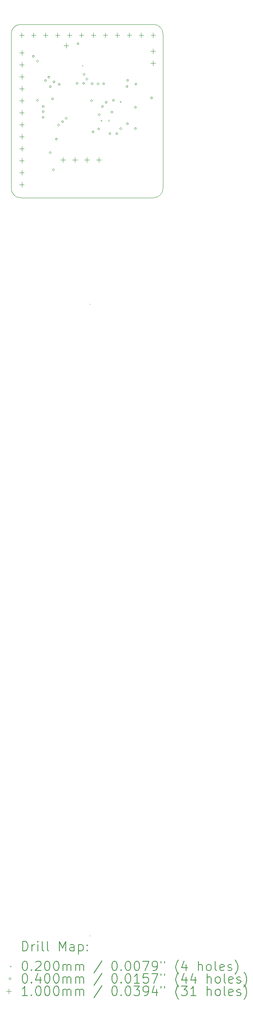
<source format=gbr>
%TF.GenerationSoftware,KiCad,Pcbnew,7.0.1*%
%TF.CreationDate,2023-03-23T13:52:36-07:00*%
%TF.ProjectId,mcu daughterboard,6d637520-6461-4756-9768-746572626f61,rev?*%
%TF.SameCoordinates,Original*%
%TF.FileFunction,Drillmap*%
%TF.FilePolarity,Positive*%
%FSLAX45Y45*%
G04 Gerber Fmt 4.5, Leading zero omitted, Abs format (unit mm)*
G04 Created by KiCad (PCBNEW 7.0.1) date 2023-03-23 13:52:36*
%MOMM*%
%LPD*%
G01*
G04 APERTURE LIST*
%ADD10C,0.100000*%
%ADD11C,0.200000*%
%ADD12C,0.020000*%
%ADD13C,0.040000*%
G04 APERTURE END LIST*
D10*
X12338860Y-11895370D02*
G75*
G03*
X12538856Y-12095370I200000J0D01*
G01*
X12538856Y-8421366D02*
G75*
G03*
X12338856Y-8621370I4J-200004D01*
G01*
X12338856Y-11895370D02*
X12338856Y-8621370D01*
X15363856Y-12095366D02*
G75*
G03*
X15563856Y-11895370I4J199996D01*
G01*
X15363856Y-12095370D02*
X12538856Y-12095370D01*
X15563860Y-8621370D02*
G75*
G03*
X15363856Y-8421370I-200000J0D01*
G01*
X12538856Y-8421370D02*
X15363856Y-8421370D01*
X15563856Y-8621370D02*
X15563856Y-11895370D01*
D11*
X14013250Y-14348250D02*
G75*
G03*
X14013250Y-14348250I0J0D01*
G01*
X14013250Y-27730750D02*
G75*
G03*
X14013250Y-27730750I0J0D01*
G01*
D12*
X13840856Y-9280730D02*
X13860856Y-9300730D01*
X13860856Y-9280730D02*
X13840856Y-9300730D01*
X14244856Y-10447730D02*
X14264856Y-10467730D01*
X14264856Y-10447730D02*
X14244856Y-10467730D01*
X14403856Y-10447730D02*
X14423856Y-10467730D01*
X14423856Y-10447730D02*
X14403856Y-10467730D01*
X14651856Y-10050480D02*
X14671856Y-10070480D01*
X14671856Y-10050480D02*
X14651856Y-10070480D01*
D13*
X12827856Y-9099730D02*
G75*
G03*
X12827856Y-9099730I-20000J0D01*
G01*
X12917856Y-9199730D02*
G75*
G03*
X12917856Y-9199730I-20000J0D01*
G01*
X12917856Y-10029730D02*
G75*
G03*
X12917856Y-10029730I-20000J0D01*
G01*
X13037856Y-10159730D02*
G75*
G03*
X13037856Y-10159730I-20000J0D01*
G01*
X13037856Y-10269730D02*
G75*
G03*
X13037856Y-10269730I-20000J0D01*
G01*
X13037856Y-10389730D02*
G75*
G03*
X13037856Y-10389730I-20000J0D01*
G01*
X13087180Y-9610406D02*
G75*
G03*
X13087180Y-9610406I-20000J0D01*
G01*
X13157856Y-9539730D02*
G75*
G03*
X13157856Y-9539730I-20000J0D01*
G01*
X13187856Y-11139730D02*
G75*
G03*
X13187856Y-11139730I-20000J0D01*
G01*
X13190306Y-9739730D02*
G75*
G03*
X13190306Y-9739730I-20000J0D01*
G01*
X13237856Y-9999730D02*
G75*
G03*
X13237856Y-9999730I-20000J0D01*
G01*
X13255856Y-11502370D02*
G75*
G03*
X13255856Y-11502370I-20000J0D01*
G01*
X13267856Y-9639730D02*
G75*
G03*
X13267856Y-9639730I-20000J0D01*
G01*
X13318856Y-10853370D02*
G75*
G03*
X13318856Y-10853370I-20000J0D01*
G01*
X13364856Y-10554770D02*
G75*
G03*
X13364856Y-10554770I-20000J0D01*
G01*
X13377856Y-9689730D02*
G75*
G03*
X13377856Y-9689730I-20000J0D01*
G01*
X13452806Y-10482320D02*
G75*
G03*
X13452806Y-10482320I-20000J0D01*
G01*
X13525306Y-10409820D02*
G75*
G03*
X13525306Y-10409820I-20000J0D01*
G01*
X13757856Y-9669730D02*
G75*
G03*
X13757856Y-9669730I-20000J0D01*
G01*
X13776856Y-8831480D02*
G75*
G03*
X13776856Y-8831480I-20000J0D01*
G01*
X13895856Y-9669780D02*
G75*
G03*
X13895856Y-9669780I-20000J0D01*
G01*
X13907856Y-9479730D02*
G75*
G03*
X13907856Y-9479730I-20000J0D01*
G01*
X13967856Y-9579730D02*
G75*
G03*
X13967856Y-9579730I-20000J0D01*
G01*
X14066856Y-10037730D02*
G75*
G03*
X14066856Y-10037730I-20000J0D01*
G01*
X14077856Y-9679730D02*
G75*
G03*
X14077856Y-9679730I-20000J0D01*
G01*
X14097856Y-10699730D02*
G75*
G03*
X14097856Y-10699730I-20000J0D01*
G01*
X14203856Y-9682370D02*
G75*
G03*
X14203856Y-9682370I-20000J0D01*
G01*
X14217856Y-10636480D02*
G75*
G03*
X14217856Y-10636480I-20000J0D01*
G01*
X14227856Y-10334218D02*
G75*
G03*
X14227856Y-10334218I-20000J0D01*
G01*
X14297856Y-10159730D02*
G75*
G03*
X14297856Y-10159730I-20000J0D01*
G01*
X14323356Y-9678870D02*
G75*
G03*
X14323356Y-9678870I-20000J0D01*
G01*
X14377856Y-10069780D02*
G75*
G03*
X14377856Y-10069780I-20000J0D01*
G01*
X14457856Y-10736480D02*
G75*
G03*
X14457856Y-10736480I-20000J0D01*
G01*
X14497856Y-10279730D02*
G75*
G03*
X14497856Y-10279730I-20000J0D01*
G01*
X14527856Y-10029730D02*
G75*
G03*
X14527856Y-10029730I-20000J0D01*
G01*
X14602856Y-10737370D02*
G75*
G03*
X14602856Y-10737370I-20000J0D01*
G01*
X14687101Y-10629695D02*
G75*
G03*
X14687101Y-10629695I-20000J0D01*
G01*
X14817856Y-9736480D02*
G75*
G03*
X14817856Y-9736480I-20000J0D01*
G01*
X14828501Y-10523376D02*
G75*
G03*
X14828501Y-10523376I-20000J0D01*
G01*
X14836134Y-9606234D02*
G75*
G03*
X14836134Y-9606234I-20000J0D01*
G01*
X14997856Y-10176480D02*
G75*
G03*
X14997856Y-10176480I-20000J0D01*
G01*
X14998036Y-10626550D02*
G75*
G03*
X14998036Y-10626550I-20000J0D01*
G01*
X15007856Y-9686480D02*
G75*
G03*
X15007856Y-9686480I-20000J0D01*
G01*
X15342856Y-9976730D02*
G75*
G03*
X15342856Y-9976730I-20000J0D01*
G01*
D10*
X12561856Y-8602480D02*
X12561856Y-8702480D01*
X12511856Y-8652480D02*
X12611856Y-8652480D01*
X12562856Y-8968480D02*
X12562856Y-9068480D01*
X12512856Y-9018480D02*
X12612856Y-9018480D01*
X12562856Y-9222480D02*
X12562856Y-9322480D01*
X12512856Y-9272480D02*
X12612856Y-9272480D01*
X12562856Y-9476480D02*
X12562856Y-9576480D01*
X12512856Y-9526480D02*
X12612856Y-9526480D01*
X12562856Y-9730480D02*
X12562856Y-9830480D01*
X12512856Y-9780480D02*
X12612856Y-9780480D01*
X12562856Y-9984480D02*
X12562856Y-10084480D01*
X12512856Y-10034480D02*
X12612856Y-10034480D01*
X12562856Y-10238480D02*
X12562856Y-10338480D01*
X12512856Y-10288480D02*
X12612856Y-10288480D01*
X12562856Y-10492480D02*
X12562856Y-10592480D01*
X12512856Y-10542480D02*
X12612856Y-10542480D01*
X12562856Y-10746480D02*
X12562856Y-10846480D01*
X12512856Y-10796480D02*
X12612856Y-10796480D01*
X12562856Y-11000480D02*
X12562856Y-11100480D01*
X12512856Y-11050480D02*
X12612856Y-11050480D01*
X12562856Y-11254480D02*
X12562856Y-11354480D01*
X12512856Y-11304480D02*
X12612856Y-11304480D01*
X12562856Y-11508480D02*
X12562856Y-11608480D01*
X12512856Y-11558480D02*
X12612856Y-11558480D01*
X12562856Y-11762480D02*
X12562856Y-11862480D01*
X12512856Y-11812480D02*
X12612856Y-11812480D01*
X12815856Y-8602480D02*
X12815856Y-8702480D01*
X12765856Y-8652480D02*
X12865856Y-8652480D01*
X13069856Y-8602480D02*
X13069856Y-8702480D01*
X13019856Y-8652480D02*
X13119856Y-8652480D01*
X13323856Y-8602480D02*
X13323856Y-8702480D01*
X13273856Y-8652480D02*
X13373856Y-8652480D01*
X13437856Y-11243480D02*
X13437856Y-11343480D01*
X13387856Y-11293480D02*
X13487856Y-11293480D01*
X13504856Y-8816730D02*
X13504856Y-8916730D01*
X13454856Y-8866730D02*
X13554856Y-8866730D01*
X13577856Y-8602480D02*
X13577856Y-8702480D01*
X13527856Y-8652480D02*
X13627856Y-8652480D01*
X13691856Y-11243480D02*
X13691856Y-11343480D01*
X13641856Y-11293480D02*
X13741856Y-11293480D01*
X13831856Y-8602480D02*
X13831856Y-8702480D01*
X13781856Y-8652480D02*
X13881856Y-8652480D01*
X13945856Y-11243480D02*
X13945856Y-11343480D01*
X13895856Y-11293480D02*
X13995856Y-11293480D01*
X14085856Y-8602480D02*
X14085856Y-8702480D01*
X14035856Y-8652480D02*
X14135856Y-8652480D01*
X14199856Y-11243480D02*
X14199856Y-11343480D01*
X14149856Y-11293480D02*
X14249856Y-11293480D01*
X14339856Y-8602480D02*
X14339856Y-8702480D01*
X14289856Y-8652480D02*
X14389856Y-8652480D01*
X14593856Y-8602480D02*
X14593856Y-8702480D01*
X14543856Y-8652480D02*
X14643856Y-8652480D01*
X14847856Y-8602480D02*
X14847856Y-8702480D01*
X14797856Y-8652480D02*
X14897856Y-8652480D01*
X15101856Y-8602480D02*
X15101856Y-8702480D01*
X15051856Y-8652480D02*
X15151856Y-8652480D01*
X15354856Y-8939730D02*
X15354856Y-9039730D01*
X15304856Y-8989730D02*
X15404856Y-8989730D01*
X15354856Y-9193730D02*
X15354856Y-9293730D01*
X15304856Y-9243730D02*
X15404856Y-9243730D01*
X15355856Y-8602480D02*
X15355856Y-8702480D01*
X15305856Y-8652480D02*
X15405856Y-8652480D01*
D11*
X12581475Y-28053274D02*
X12581475Y-27853274D01*
X12581475Y-27853274D02*
X12629094Y-27853274D01*
X12629094Y-27853274D02*
X12657665Y-27862798D01*
X12657665Y-27862798D02*
X12676713Y-27881845D01*
X12676713Y-27881845D02*
X12686237Y-27900893D01*
X12686237Y-27900893D02*
X12695760Y-27938988D01*
X12695760Y-27938988D02*
X12695760Y-27967560D01*
X12695760Y-27967560D02*
X12686237Y-28005655D01*
X12686237Y-28005655D02*
X12676713Y-28024702D01*
X12676713Y-28024702D02*
X12657665Y-28043750D01*
X12657665Y-28043750D02*
X12629094Y-28053274D01*
X12629094Y-28053274D02*
X12581475Y-28053274D01*
X12781475Y-28053274D02*
X12781475Y-27919940D01*
X12781475Y-27958036D02*
X12790999Y-27938988D01*
X12790999Y-27938988D02*
X12800522Y-27929464D01*
X12800522Y-27929464D02*
X12819570Y-27919940D01*
X12819570Y-27919940D02*
X12838618Y-27919940D01*
X12905284Y-28053274D02*
X12905284Y-27919940D01*
X12905284Y-27853274D02*
X12895760Y-27862798D01*
X12895760Y-27862798D02*
X12905284Y-27872321D01*
X12905284Y-27872321D02*
X12914808Y-27862798D01*
X12914808Y-27862798D02*
X12905284Y-27853274D01*
X12905284Y-27853274D02*
X12905284Y-27872321D01*
X13029094Y-28053274D02*
X13010046Y-28043750D01*
X13010046Y-28043750D02*
X13000522Y-28024702D01*
X13000522Y-28024702D02*
X13000522Y-27853274D01*
X13133856Y-28053274D02*
X13114808Y-28043750D01*
X13114808Y-28043750D02*
X13105284Y-28024702D01*
X13105284Y-28024702D02*
X13105284Y-27853274D01*
X13362427Y-28053274D02*
X13362427Y-27853274D01*
X13362427Y-27853274D02*
X13429094Y-27996131D01*
X13429094Y-27996131D02*
X13495760Y-27853274D01*
X13495760Y-27853274D02*
X13495760Y-28053274D01*
X13676713Y-28053274D02*
X13676713Y-27948512D01*
X13676713Y-27948512D02*
X13667189Y-27929464D01*
X13667189Y-27929464D02*
X13648141Y-27919940D01*
X13648141Y-27919940D02*
X13610046Y-27919940D01*
X13610046Y-27919940D02*
X13590999Y-27929464D01*
X13676713Y-28043750D02*
X13657665Y-28053274D01*
X13657665Y-28053274D02*
X13610046Y-28053274D01*
X13610046Y-28053274D02*
X13590999Y-28043750D01*
X13590999Y-28043750D02*
X13581475Y-28024702D01*
X13581475Y-28024702D02*
X13581475Y-28005655D01*
X13581475Y-28005655D02*
X13590999Y-27986607D01*
X13590999Y-27986607D02*
X13610046Y-27977083D01*
X13610046Y-27977083D02*
X13657665Y-27977083D01*
X13657665Y-27977083D02*
X13676713Y-27967560D01*
X13771951Y-27919940D02*
X13771951Y-28119940D01*
X13771951Y-27929464D02*
X13790999Y-27919940D01*
X13790999Y-27919940D02*
X13829094Y-27919940D01*
X13829094Y-27919940D02*
X13848141Y-27929464D01*
X13848141Y-27929464D02*
X13857665Y-27938988D01*
X13857665Y-27938988D02*
X13867189Y-27958036D01*
X13867189Y-27958036D02*
X13867189Y-28015179D01*
X13867189Y-28015179D02*
X13857665Y-28034226D01*
X13857665Y-28034226D02*
X13848141Y-28043750D01*
X13848141Y-28043750D02*
X13829094Y-28053274D01*
X13829094Y-28053274D02*
X13790999Y-28053274D01*
X13790999Y-28053274D02*
X13771951Y-28043750D01*
X13952903Y-28034226D02*
X13962427Y-28043750D01*
X13962427Y-28043750D02*
X13952903Y-28053274D01*
X13952903Y-28053274D02*
X13943380Y-28043750D01*
X13943380Y-28043750D02*
X13952903Y-28034226D01*
X13952903Y-28034226D02*
X13952903Y-28053274D01*
X13952903Y-27929464D02*
X13962427Y-27938988D01*
X13962427Y-27938988D02*
X13952903Y-27948512D01*
X13952903Y-27948512D02*
X13943380Y-27938988D01*
X13943380Y-27938988D02*
X13952903Y-27929464D01*
X13952903Y-27929464D02*
X13952903Y-27948512D01*
D12*
X12313856Y-28370750D02*
X12333856Y-28390750D01*
X12333856Y-28370750D02*
X12313856Y-28390750D01*
D11*
X12619570Y-28273274D02*
X12638618Y-28273274D01*
X12638618Y-28273274D02*
X12657665Y-28282798D01*
X12657665Y-28282798D02*
X12667189Y-28292321D01*
X12667189Y-28292321D02*
X12676713Y-28311369D01*
X12676713Y-28311369D02*
X12686237Y-28349464D01*
X12686237Y-28349464D02*
X12686237Y-28397083D01*
X12686237Y-28397083D02*
X12676713Y-28435179D01*
X12676713Y-28435179D02*
X12667189Y-28454226D01*
X12667189Y-28454226D02*
X12657665Y-28463750D01*
X12657665Y-28463750D02*
X12638618Y-28473274D01*
X12638618Y-28473274D02*
X12619570Y-28473274D01*
X12619570Y-28473274D02*
X12600522Y-28463750D01*
X12600522Y-28463750D02*
X12590999Y-28454226D01*
X12590999Y-28454226D02*
X12581475Y-28435179D01*
X12581475Y-28435179D02*
X12571951Y-28397083D01*
X12571951Y-28397083D02*
X12571951Y-28349464D01*
X12571951Y-28349464D02*
X12581475Y-28311369D01*
X12581475Y-28311369D02*
X12590999Y-28292321D01*
X12590999Y-28292321D02*
X12600522Y-28282798D01*
X12600522Y-28282798D02*
X12619570Y-28273274D01*
X12771951Y-28454226D02*
X12781475Y-28463750D01*
X12781475Y-28463750D02*
X12771951Y-28473274D01*
X12771951Y-28473274D02*
X12762427Y-28463750D01*
X12762427Y-28463750D02*
X12771951Y-28454226D01*
X12771951Y-28454226D02*
X12771951Y-28473274D01*
X12857665Y-28292321D02*
X12867189Y-28282798D01*
X12867189Y-28282798D02*
X12886237Y-28273274D01*
X12886237Y-28273274D02*
X12933856Y-28273274D01*
X12933856Y-28273274D02*
X12952903Y-28282798D01*
X12952903Y-28282798D02*
X12962427Y-28292321D01*
X12962427Y-28292321D02*
X12971951Y-28311369D01*
X12971951Y-28311369D02*
X12971951Y-28330417D01*
X12971951Y-28330417D02*
X12962427Y-28358988D01*
X12962427Y-28358988D02*
X12848141Y-28473274D01*
X12848141Y-28473274D02*
X12971951Y-28473274D01*
X13095760Y-28273274D02*
X13114808Y-28273274D01*
X13114808Y-28273274D02*
X13133856Y-28282798D01*
X13133856Y-28282798D02*
X13143380Y-28292321D01*
X13143380Y-28292321D02*
X13152903Y-28311369D01*
X13152903Y-28311369D02*
X13162427Y-28349464D01*
X13162427Y-28349464D02*
X13162427Y-28397083D01*
X13162427Y-28397083D02*
X13152903Y-28435179D01*
X13152903Y-28435179D02*
X13143380Y-28454226D01*
X13143380Y-28454226D02*
X13133856Y-28463750D01*
X13133856Y-28463750D02*
X13114808Y-28473274D01*
X13114808Y-28473274D02*
X13095760Y-28473274D01*
X13095760Y-28473274D02*
X13076713Y-28463750D01*
X13076713Y-28463750D02*
X13067189Y-28454226D01*
X13067189Y-28454226D02*
X13057665Y-28435179D01*
X13057665Y-28435179D02*
X13048141Y-28397083D01*
X13048141Y-28397083D02*
X13048141Y-28349464D01*
X13048141Y-28349464D02*
X13057665Y-28311369D01*
X13057665Y-28311369D02*
X13067189Y-28292321D01*
X13067189Y-28292321D02*
X13076713Y-28282798D01*
X13076713Y-28282798D02*
X13095760Y-28273274D01*
X13286237Y-28273274D02*
X13305284Y-28273274D01*
X13305284Y-28273274D02*
X13324332Y-28282798D01*
X13324332Y-28282798D02*
X13333856Y-28292321D01*
X13333856Y-28292321D02*
X13343380Y-28311369D01*
X13343380Y-28311369D02*
X13352903Y-28349464D01*
X13352903Y-28349464D02*
X13352903Y-28397083D01*
X13352903Y-28397083D02*
X13343380Y-28435179D01*
X13343380Y-28435179D02*
X13333856Y-28454226D01*
X13333856Y-28454226D02*
X13324332Y-28463750D01*
X13324332Y-28463750D02*
X13305284Y-28473274D01*
X13305284Y-28473274D02*
X13286237Y-28473274D01*
X13286237Y-28473274D02*
X13267189Y-28463750D01*
X13267189Y-28463750D02*
X13257665Y-28454226D01*
X13257665Y-28454226D02*
X13248141Y-28435179D01*
X13248141Y-28435179D02*
X13238618Y-28397083D01*
X13238618Y-28397083D02*
X13238618Y-28349464D01*
X13238618Y-28349464D02*
X13248141Y-28311369D01*
X13248141Y-28311369D02*
X13257665Y-28292321D01*
X13257665Y-28292321D02*
X13267189Y-28282798D01*
X13267189Y-28282798D02*
X13286237Y-28273274D01*
X13438618Y-28473274D02*
X13438618Y-28339940D01*
X13438618Y-28358988D02*
X13448141Y-28349464D01*
X13448141Y-28349464D02*
X13467189Y-28339940D01*
X13467189Y-28339940D02*
X13495761Y-28339940D01*
X13495761Y-28339940D02*
X13514808Y-28349464D01*
X13514808Y-28349464D02*
X13524332Y-28368512D01*
X13524332Y-28368512D02*
X13524332Y-28473274D01*
X13524332Y-28368512D02*
X13533856Y-28349464D01*
X13533856Y-28349464D02*
X13552903Y-28339940D01*
X13552903Y-28339940D02*
X13581475Y-28339940D01*
X13581475Y-28339940D02*
X13600522Y-28349464D01*
X13600522Y-28349464D02*
X13610046Y-28368512D01*
X13610046Y-28368512D02*
X13610046Y-28473274D01*
X13705284Y-28473274D02*
X13705284Y-28339940D01*
X13705284Y-28358988D02*
X13714808Y-28349464D01*
X13714808Y-28349464D02*
X13733856Y-28339940D01*
X13733856Y-28339940D02*
X13762427Y-28339940D01*
X13762427Y-28339940D02*
X13781475Y-28349464D01*
X13781475Y-28349464D02*
X13790999Y-28368512D01*
X13790999Y-28368512D02*
X13790999Y-28473274D01*
X13790999Y-28368512D02*
X13800522Y-28349464D01*
X13800522Y-28349464D02*
X13819570Y-28339940D01*
X13819570Y-28339940D02*
X13848141Y-28339940D01*
X13848141Y-28339940D02*
X13867189Y-28349464D01*
X13867189Y-28349464D02*
X13876713Y-28368512D01*
X13876713Y-28368512D02*
X13876713Y-28473274D01*
X14267189Y-28263750D02*
X14095761Y-28520893D01*
X14524332Y-28273274D02*
X14543380Y-28273274D01*
X14543380Y-28273274D02*
X14562427Y-28282798D01*
X14562427Y-28282798D02*
X14571951Y-28292321D01*
X14571951Y-28292321D02*
X14581475Y-28311369D01*
X14581475Y-28311369D02*
X14590999Y-28349464D01*
X14590999Y-28349464D02*
X14590999Y-28397083D01*
X14590999Y-28397083D02*
X14581475Y-28435179D01*
X14581475Y-28435179D02*
X14571951Y-28454226D01*
X14571951Y-28454226D02*
X14562427Y-28463750D01*
X14562427Y-28463750D02*
X14543380Y-28473274D01*
X14543380Y-28473274D02*
X14524332Y-28473274D01*
X14524332Y-28473274D02*
X14505284Y-28463750D01*
X14505284Y-28463750D02*
X14495761Y-28454226D01*
X14495761Y-28454226D02*
X14486237Y-28435179D01*
X14486237Y-28435179D02*
X14476713Y-28397083D01*
X14476713Y-28397083D02*
X14476713Y-28349464D01*
X14476713Y-28349464D02*
X14486237Y-28311369D01*
X14486237Y-28311369D02*
X14495761Y-28292321D01*
X14495761Y-28292321D02*
X14505284Y-28282798D01*
X14505284Y-28282798D02*
X14524332Y-28273274D01*
X14676713Y-28454226D02*
X14686237Y-28463750D01*
X14686237Y-28463750D02*
X14676713Y-28473274D01*
X14676713Y-28473274D02*
X14667189Y-28463750D01*
X14667189Y-28463750D02*
X14676713Y-28454226D01*
X14676713Y-28454226D02*
X14676713Y-28473274D01*
X14810046Y-28273274D02*
X14829094Y-28273274D01*
X14829094Y-28273274D02*
X14848142Y-28282798D01*
X14848142Y-28282798D02*
X14857665Y-28292321D01*
X14857665Y-28292321D02*
X14867189Y-28311369D01*
X14867189Y-28311369D02*
X14876713Y-28349464D01*
X14876713Y-28349464D02*
X14876713Y-28397083D01*
X14876713Y-28397083D02*
X14867189Y-28435179D01*
X14867189Y-28435179D02*
X14857665Y-28454226D01*
X14857665Y-28454226D02*
X14848142Y-28463750D01*
X14848142Y-28463750D02*
X14829094Y-28473274D01*
X14829094Y-28473274D02*
X14810046Y-28473274D01*
X14810046Y-28473274D02*
X14790999Y-28463750D01*
X14790999Y-28463750D02*
X14781475Y-28454226D01*
X14781475Y-28454226D02*
X14771951Y-28435179D01*
X14771951Y-28435179D02*
X14762427Y-28397083D01*
X14762427Y-28397083D02*
X14762427Y-28349464D01*
X14762427Y-28349464D02*
X14771951Y-28311369D01*
X14771951Y-28311369D02*
X14781475Y-28292321D01*
X14781475Y-28292321D02*
X14790999Y-28282798D01*
X14790999Y-28282798D02*
X14810046Y-28273274D01*
X15000523Y-28273274D02*
X15019570Y-28273274D01*
X15019570Y-28273274D02*
X15038618Y-28282798D01*
X15038618Y-28282798D02*
X15048142Y-28292321D01*
X15048142Y-28292321D02*
X15057665Y-28311369D01*
X15057665Y-28311369D02*
X15067189Y-28349464D01*
X15067189Y-28349464D02*
X15067189Y-28397083D01*
X15067189Y-28397083D02*
X15057665Y-28435179D01*
X15057665Y-28435179D02*
X15048142Y-28454226D01*
X15048142Y-28454226D02*
X15038618Y-28463750D01*
X15038618Y-28463750D02*
X15019570Y-28473274D01*
X15019570Y-28473274D02*
X15000523Y-28473274D01*
X15000523Y-28473274D02*
X14981475Y-28463750D01*
X14981475Y-28463750D02*
X14971951Y-28454226D01*
X14971951Y-28454226D02*
X14962427Y-28435179D01*
X14962427Y-28435179D02*
X14952904Y-28397083D01*
X14952904Y-28397083D02*
X14952904Y-28349464D01*
X14952904Y-28349464D02*
X14962427Y-28311369D01*
X14962427Y-28311369D02*
X14971951Y-28292321D01*
X14971951Y-28292321D02*
X14981475Y-28282798D01*
X14981475Y-28282798D02*
X15000523Y-28273274D01*
X15133856Y-28273274D02*
X15267189Y-28273274D01*
X15267189Y-28273274D02*
X15181475Y-28473274D01*
X15352904Y-28473274D02*
X15390999Y-28473274D01*
X15390999Y-28473274D02*
X15410046Y-28463750D01*
X15410046Y-28463750D02*
X15419570Y-28454226D01*
X15419570Y-28454226D02*
X15438618Y-28425655D01*
X15438618Y-28425655D02*
X15448142Y-28387560D01*
X15448142Y-28387560D02*
X15448142Y-28311369D01*
X15448142Y-28311369D02*
X15438618Y-28292321D01*
X15438618Y-28292321D02*
X15429094Y-28282798D01*
X15429094Y-28282798D02*
X15410046Y-28273274D01*
X15410046Y-28273274D02*
X15371951Y-28273274D01*
X15371951Y-28273274D02*
X15352904Y-28282798D01*
X15352904Y-28282798D02*
X15343380Y-28292321D01*
X15343380Y-28292321D02*
X15333856Y-28311369D01*
X15333856Y-28311369D02*
X15333856Y-28358988D01*
X15333856Y-28358988D02*
X15343380Y-28378036D01*
X15343380Y-28378036D02*
X15352904Y-28387560D01*
X15352904Y-28387560D02*
X15371951Y-28397083D01*
X15371951Y-28397083D02*
X15410046Y-28397083D01*
X15410046Y-28397083D02*
X15429094Y-28387560D01*
X15429094Y-28387560D02*
X15438618Y-28378036D01*
X15438618Y-28378036D02*
X15448142Y-28358988D01*
X15524332Y-28273274D02*
X15524332Y-28311369D01*
X15600523Y-28273274D02*
X15600523Y-28311369D01*
X15895761Y-28549464D02*
X15886237Y-28539940D01*
X15886237Y-28539940D02*
X15867189Y-28511369D01*
X15867189Y-28511369D02*
X15857666Y-28492321D01*
X15857666Y-28492321D02*
X15848142Y-28463750D01*
X15848142Y-28463750D02*
X15838618Y-28416131D01*
X15838618Y-28416131D02*
X15838618Y-28378036D01*
X15838618Y-28378036D02*
X15848142Y-28330417D01*
X15848142Y-28330417D02*
X15857666Y-28301845D01*
X15857666Y-28301845D02*
X15867189Y-28282798D01*
X15867189Y-28282798D02*
X15886237Y-28254226D01*
X15886237Y-28254226D02*
X15895761Y-28244702D01*
X16057666Y-28339940D02*
X16057666Y-28473274D01*
X16010046Y-28263750D02*
X15962427Y-28406607D01*
X15962427Y-28406607D02*
X16086237Y-28406607D01*
X16314808Y-28473274D02*
X16314808Y-28273274D01*
X16400523Y-28473274D02*
X16400523Y-28368512D01*
X16400523Y-28368512D02*
X16390999Y-28349464D01*
X16390999Y-28349464D02*
X16371951Y-28339940D01*
X16371951Y-28339940D02*
X16343380Y-28339940D01*
X16343380Y-28339940D02*
X16324332Y-28349464D01*
X16324332Y-28349464D02*
X16314808Y-28358988D01*
X16524332Y-28473274D02*
X16505285Y-28463750D01*
X16505285Y-28463750D02*
X16495761Y-28454226D01*
X16495761Y-28454226D02*
X16486237Y-28435179D01*
X16486237Y-28435179D02*
X16486237Y-28378036D01*
X16486237Y-28378036D02*
X16495761Y-28358988D01*
X16495761Y-28358988D02*
X16505285Y-28349464D01*
X16505285Y-28349464D02*
X16524332Y-28339940D01*
X16524332Y-28339940D02*
X16552904Y-28339940D01*
X16552904Y-28339940D02*
X16571951Y-28349464D01*
X16571951Y-28349464D02*
X16581475Y-28358988D01*
X16581475Y-28358988D02*
X16590999Y-28378036D01*
X16590999Y-28378036D02*
X16590999Y-28435179D01*
X16590999Y-28435179D02*
X16581475Y-28454226D01*
X16581475Y-28454226D02*
X16571951Y-28463750D01*
X16571951Y-28463750D02*
X16552904Y-28473274D01*
X16552904Y-28473274D02*
X16524332Y-28473274D01*
X16705285Y-28473274D02*
X16686237Y-28463750D01*
X16686237Y-28463750D02*
X16676713Y-28444702D01*
X16676713Y-28444702D02*
X16676713Y-28273274D01*
X16857666Y-28463750D02*
X16838618Y-28473274D01*
X16838618Y-28473274D02*
X16800523Y-28473274D01*
X16800523Y-28473274D02*
X16781475Y-28463750D01*
X16781475Y-28463750D02*
X16771951Y-28444702D01*
X16771951Y-28444702D02*
X16771951Y-28368512D01*
X16771951Y-28368512D02*
X16781475Y-28349464D01*
X16781475Y-28349464D02*
X16800523Y-28339940D01*
X16800523Y-28339940D02*
X16838618Y-28339940D01*
X16838618Y-28339940D02*
X16857666Y-28349464D01*
X16857666Y-28349464D02*
X16867190Y-28368512D01*
X16867190Y-28368512D02*
X16867190Y-28387560D01*
X16867190Y-28387560D02*
X16771951Y-28406607D01*
X16943380Y-28463750D02*
X16962428Y-28473274D01*
X16962428Y-28473274D02*
X17000523Y-28473274D01*
X17000523Y-28473274D02*
X17019571Y-28463750D01*
X17019571Y-28463750D02*
X17029094Y-28444702D01*
X17029094Y-28444702D02*
X17029094Y-28435179D01*
X17029094Y-28435179D02*
X17019571Y-28416131D01*
X17019571Y-28416131D02*
X17000523Y-28406607D01*
X17000523Y-28406607D02*
X16971951Y-28406607D01*
X16971951Y-28406607D02*
X16952904Y-28397083D01*
X16952904Y-28397083D02*
X16943380Y-28378036D01*
X16943380Y-28378036D02*
X16943380Y-28368512D01*
X16943380Y-28368512D02*
X16952904Y-28349464D01*
X16952904Y-28349464D02*
X16971951Y-28339940D01*
X16971951Y-28339940D02*
X17000523Y-28339940D01*
X17000523Y-28339940D02*
X17019571Y-28349464D01*
X17095761Y-28549464D02*
X17105285Y-28539940D01*
X17105285Y-28539940D02*
X17124332Y-28511369D01*
X17124332Y-28511369D02*
X17133856Y-28492321D01*
X17133856Y-28492321D02*
X17143380Y-28463750D01*
X17143380Y-28463750D02*
X17152904Y-28416131D01*
X17152904Y-28416131D02*
X17152904Y-28378036D01*
X17152904Y-28378036D02*
X17143380Y-28330417D01*
X17143380Y-28330417D02*
X17133856Y-28301845D01*
X17133856Y-28301845D02*
X17124332Y-28282798D01*
X17124332Y-28282798D02*
X17105285Y-28254226D01*
X17105285Y-28254226D02*
X17095761Y-28244702D01*
D13*
X12333856Y-28644750D02*
G75*
G03*
X12333856Y-28644750I-20000J0D01*
G01*
D11*
X12619570Y-28537274D02*
X12638618Y-28537274D01*
X12638618Y-28537274D02*
X12657665Y-28546798D01*
X12657665Y-28546798D02*
X12667189Y-28556321D01*
X12667189Y-28556321D02*
X12676713Y-28575369D01*
X12676713Y-28575369D02*
X12686237Y-28613464D01*
X12686237Y-28613464D02*
X12686237Y-28661083D01*
X12686237Y-28661083D02*
X12676713Y-28699179D01*
X12676713Y-28699179D02*
X12667189Y-28718226D01*
X12667189Y-28718226D02*
X12657665Y-28727750D01*
X12657665Y-28727750D02*
X12638618Y-28737274D01*
X12638618Y-28737274D02*
X12619570Y-28737274D01*
X12619570Y-28737274D02*
X12600522Y-28727750D01*
X12600522Y-28727750D02*
X12590999Y-28718226D01*
X12590999Y-28718226D02*
X12581475Y-28699179D01*
X12581475Y-28699179D02*
X12571951Y-28661083D01*
X12571951Y-28661083D02*
X12571951Y-28613464D01*
X12571951Y-28613464D02*
X12581475Y-28575369D01*
X12581475Y-28575369D02*
X12590999Y-28556321D01*
X12590999Y-28556321D02*
X12600522Y-28546798D01*
X12600522Y-28546798D02*
X12619570Y-28537274D01*
X12771951Y-28718226D02*
X12781475Y-28727750D01*
X12781475Y-28727750D02*
X12771951Y-28737274D01*
X12771951Y-28737274D02*
X12762427Y-28727750D01*
X12762427Y-28727750D02*
X12771951Y-28718226D01*
X12771951Y-28718226D02*
X12771951Y-28737274D01*
X12952903Y-28603940D02*
X12952903Y-28737274D01*
X12905284Y-28527750D02*
X12857665Y-28670607D01*
X12857665Y-28670607D02*
X12981475Y-28670607D01*
X13095760Y-28537274D02*
X13114808Y-28537274D01*
X13114808Y-28537274D02*
X13133856Y-28546798D01*
X13133856Y-28546798D02*
X13143380Y-28556321D01*
X13143380Y-28556321D02*
X13152903Y-28575369D01*
X13152903Y-28575369D02*
X13162427Y-28613464D01*
X13162427Y-28613464D02*
X13162427Y-28661083D01*
X13162427Y-28661083D02*
X13152903Y-28699179D01*
X13152903Y-28699179D02*
X13143380Y-28718226D01*
X13143380Y-28718226D02*
X13133856Y-28727750D01*
X13133856Y-28727750D02*
X13114808Y-28737274D01*
X13114808Y-28737274D02*
X13095760Y-28737274D01*
X13095760Y-28737274D02*
X13076713Y-28727750D01*
X13076713Y-28727750D02*
X13067189Y-28718226D01*
X13067189Y-28718226D02*
X13057665Y-28699179D01*
X13057665Y-28699179D02*
X13048141Y-28661083D01*
X13048141Y-28661083D02*
X13048141Y-28613464D01*
X13048141Y-28613464D02*
X13057665Y-28575369D01*
X13057665Y-28575369D02*
X13067189Y-28556321D01*
X13067189Y-28556321D02*
X13076713Y-28546798D01*
X13076713Y-28546798D02*
X13095760Y-28537274D01*
X13286237Y-28537274D02*
X13305284Y-28537274D01*
X13305284Y-28537274D02*
X13324332Y-28546798D01*
X13324332Y-28546798D02*
X13333856Y-28556321D01*
X13333856Y-28556321D02*
X13343380Y-28575369D01*
X13343380Y-28575369D02*
X13352903Y-28613464D01*
X13352903Y-28613464D02*
X13352903Y-28661083D01*
X13352903Y-28661083D02*
X13343380Y-28699179D01*
X13343380Y-28699179D02*
X13333856Y-28718226D01*
X13333856Y-28718226D02*
X13324332Y-28727750D01*
X13324332Y-28727750D02*
X13305284Y-28737274D01*
X13305284Y-28737274D02*
X13286237Y-28737274D01*
X13286237Y-28737274D02*
X13267189Y-28727750D01*
X13267189Y-28727750D02*
X13257665Y-28718226D01*
X13257665Y-28718226D02*
X13248141Y-28699179D01*
X13248141Y-28699179D02*
X13238618Y-28661083D01*
X13238618Y-28661083D02*
X13238618Y-28613464D01*
X13238618Y-28613464D02*
X13248141Y-28575369D01*
X13248141Y-28575369D02*
X13257665Y-28556321D01*
X13257665Y-28556321D02*
X13267189Y-28546798D01*
X13267189Y-28546798D02*
X13286237Y-28537274D01*
X13438618Y-28737274D02*
X13438618Y-28603940D01*
X13438618Y-28622988D02*
X13448141Y-28613464D01*
X13448141Y-28613464D02*
X13467189Y-28603940D01*
X13467189Y-28603940D02*
X13495761Y-28603940D01*
X13495761Y-28603940D02*
X13514808Y-28613464D01*
X13514808Y-28613464D02*
X13524332Y-28632512D01*
X13524332Y-28632512D02*
X13524332Y-28737274D01*
X13524332Y-28632512D02*
X13533856Y-28613464D01*
X13533856Y-28613464D02*
X13552903Y-28603940D01*
X13552903Y-28603940D02*
X13581475Y-28603940D01*
X13581475Y-28603940D02*
X13600522Y-28613464D01*
X13600522Y-28613464D02*
X13610046Y-28632512D01*
X13610046Y-28632512D02*
X13610046Y-28737274D01*
X13705284Y-28737274D02*
X13705284Y-28603940D01*
X13705284Y-28622988D02*
X13714808Y-28613464D01*
X13714808Y-28613464D02*
X13733856Y-28603940D01*
X13733856Y-28603940D02*
X13762427Y-28603940D01*
X13762427Y-28603940D02*
X13781475Y-28613464D01*
X13781475Y-28613464D02*
X13790999Y-28632512D01*
X13790999Y-28632512D02*
X13790999Y-28737274D01*
X13790999Y-28632512D02*
X13800522Y-28613464D01*
X13800522Y-28613464D02*
X13819570Y-28603940D01*
X13819570Y-28603940D02*
X13848141Y-28603940D01*
X13848141Y-28603940D02*
X13867189Y-28613464D01*
X13867189Y-28613464D02*
X13876713Y-28632512D01*
X13876713Y-28632512D02*
X13876713Y-28737274D01*
X14267189Y-28527750D02*
X14095761Y-28784893D01*
X14524332Y-28537274D02*
X14543380Y-28537274D01*
X14543380Y-28537274D02*
X14562427Y-28546798D01*
X14562427Y-28546798D02*
X14571951Y-28556321D01*
X14571951Y-28556321D02*
X14581475Y-28575369D01*
X14581475Y-28575369D02*
X14590999Y-28613464D01*
X14590999Y-28613464D02*
X14590999Y-28661083D01*
X14590999Y-28661083D02*
X14581475Y-28699179D01*
X14581475Y-28699179D02*
X14571951Y-28718226D01*
X14571951Y-28718226D02*
X14562427Y-28727750D01*
X14562427Y-28727750D02*
X14543380Y-28737274D01*
X14543380Y-28737274D02*
X14524332Y-28737274D01*
X14524332Y-28737274D02*
X14505284Y-28727750D01*
X14505284Y-28727750D02*
X14495761Y-28718226D01*
X14495761Y-28718226D02*
X14486237Y-28699179D01*
X14486237Y-28699179D02*
X14476713Y-28661083D01*
X14476713Y-28661083D02*
X14476713Y-28613464D01*
X14476713Y-28613464D02*
X14486237Y-28575369D01*
X14486237Y-28575369D02*
X14495761Y-28556321D01*
X14495761Y-28556321D02*
X14505284Y-28546798D01*
X14505284Y-28546798D02*
X14524332Y-28537274D01*
X14676713Y-28718226D02*
X14686237Y-28727750D01*
X14686237Y-28727750D02*
X14676713Y-28737274D01*
X14676713Y-28737274D02*
X14667189Y-28727750D01*
X14667189Y-28727750D02*
X14676713Y-28718226D01*
X14676713Y-28718226D02*
X14676713Y-28737274D01*
X14810046Y-28537274D02*
X14829094Y-28537274D01*
X14829094Y-28537274D02*
X14848142Y-28546798D01*
X14848142Y-28546798D02*
X14857665Y-28556321D01*
X14857665Y-28556321D02*
X14867189Y-28575369D01*
X14867189Y-28575369D02*
X14876713Y-28613464D01*
X14876713Y-28613464D02*
X14876713Y-28661083D01*
X14876713Y-28661083D02*
X14867189Y-28699179D01*
X14867189Y-28699179D02*
X14857665Y-28718226D01*
X14857665Y-28718226D02*
X14848142Y-28727750D01*
X14848142Y-28727750D02*
X14829094Y-28737274D01*
X14829094Y-28737274D02*
X14810046Y-28737274D01*
X14810046Y-28737274D02*
X14790999Y-28727750D01*
X14790999Y-28727750D02*
X14781475Y-28718226D01*
X14781475Y-28718226D02*
X14771951Y-28699179D01*
X14771951Y-28699179D02*
X14762427Y-28661083D01*
X14762427Y-28661083D02*
X14762427Y-28613464D01*
X14762427Y-28613464D02*
X14771951Y-28575369D01*
X14771951Y-28575369D02*
X14781475Y-28556321D01*
X14781475Y-28556321D02*
X14790999Y-28546798D01*
X14790999Y-28546798D02*
X14810046Y-28537274D01*
X15067189Y-28737274D02*
X14952904Y-28737274D01*
X15010046Y-28737274D02*
X15010046Y-28537274D01*
X15010046Y-28537274D02*
X14990999Y-28565845D01*
X14990999Y-28565845D02*
X14971951Y-28584893D01*
X14971951Y-28584893D02*
X14952904Y-28594417D01*
X15248142Y-28537274D02*
X15152904Y-28537274D01*
X15152904Y-28537274D02*
X15143380Y-28632512D01*
X15143380Y-28632512D02*
X15152904Y-28622988D01*
X15152904Y-28622988D02*
X15171951Y-28613464D01*
X15171951Y-28613464D02*
X15219570Y-28613464D01*
X15219570Y-28613464D02*
X15238618Y-28622988D01*
X15238618Y-28622988D02*
X15248142Y-28632512D01*
X15248142Y-28632512D02*
X15257665Y-28651560D01*
X15257665Y-28651560D02*
X15257665Y-28699179D01*
X15257665Y-28699179D02*
X15248142Y-28718226D01*
X15248142Y-28718226D02*
X15238618Y-28727750D01*
X15238618Y-28727750D02*
X15219570Y-28737274D01*
X15219570Y-28737274D02*
X15171951Y-28737274D01*
X15171951Y-28737274D02*
X15152904Y-28727750D01*
X15152904Y-28727750D02*
X15143380Y-28718226D01*
X15324332Y-28537274D02*
X15457665Y-28537274D01*
X15457665Y-28537274D02*
X15371951Y-28737274D01*
X15524332Y-28537274D02*
X15524332Y-28575369D01*
X15600523Y-28537274D02*
X15600523Y-28575369D01*
X15895761Y-28813464D02*
X15886237Y-28803940D01*
X15886237Y-28803940D02*
X15867189Y-28775369D01*
X15867189Y-28775369D02*
X15857666Y-28756321D01*
X15857666Y-28756321D02*
X15848142Y-28727750D01*
X15848142Y-28727750D02*
X15838618Y-28680131D01*
X15838618Y-28680131D02*
X15838618Y-28642036D01*
X15838618Y-28642036D02*
X15848142Y-28594417D01*
X15848142Y-28594417D02*
X15857666Y-28565845D01*
X15857666Y-28565845D02*
X15867189Y-28546798D01*
X15867189Y-28546798D02*
X15886237Y-28518226D01*
X15886237Y-28518226D02*
X15895761Y-28508702D01*
X16057666Y-28603940D02*
X16057666Y-28737274D01*
X16010046Y-28527750D02*
X15962427Y-28670607D01*
X15962427Y-28670607D02*
X16086237Y-28670607D01*
X16248142Y-28603940D02*
X16248142Y-28737274D01*
X16200523Y-28527750D02*
X16152904Y-28670607D01*
X16152904Y-28670607D02*
X16276713Y-28670607D01*
X16505285Y-28737274D02*
X16505285Y-28537274D01*
X16590999Y-28737274D02*
X16590999Y-28632512D01*
X16590999Y-28632512D02*
X16581475Y-28613464D01*
X16581475Y-28613464D02*
X16562428Y-28603940D01*
X16562428Y-28603940D02*
X16533856Y-28603940D01*
X16533856Y-28603940D02*
X16514808Y-28613464D01*
X16514808Y-28613464D02*
X16505285Y-28622988D01*
X16714808Y-28737274D02*
X16695761Y-28727750D01*
X16695761Y-28727750D02*
X16686237Y-28718226D01*
X16686237Y-28718226D02*
X16676713Y-28699179D01*
X16676713Y-28699179D02*
X16676713Y-28642036D01*
X16676713Y-28642036D02*
X16686237Y-28622988D01*
X16686237Y-28622988D02*
X16695761Y-28613464D01*
X16695761Y-28613464D02*
X16714808Y-28603940D01*
X16714808Y-28603940D02*
X16743380Y-28603940D01*
X16743380Y-28603940D02*
X16762428Y-28613464D01*
X16762428Y-28613464D02*
X16771951Y-28622988D01*
X16771951Y-28622988D02*
X16781475Y-28642036D01*
X16781475Y-28642036D02*
X16781475Y-28699179D01*
X16781475Y-28699179D02*
X16771951Y-28718226D01*
X16771951Y-28718226D02*
X16762428Y-28727750D01*
X16762428Y-28727750D02*
X16743380Y-28737274D01*
X16743380Y-28737274D02*
X16714808Y-28737274D01*
X16895761Y-28737274D02*
X16876713Y-28727750D01*
X16876713Y-28727750D02*
X16867190Y-28708702D01*
X16867190Y-28708702D02*
X16867190Y-28537274D01*
X17048142Y-28727750D02*
X17029094Y-28737274D01*
X17029094Y-28737274D02*
X16990999Y-28737274D01*
X16990999Y-28737274D02*
X16971951Y-28727750D01*
X16971951Y-28727750D02*
X16962428Y-28708702D01*
X16962428Y-28708702D02*
X16962428Y-28632512D01*
X16962428Y-28632512D02*
X16971951Y-28613464D01*
X16971951Y-28613464D02*
X16990999Y-28603940D01*
X16990999Y-28603940D02*
X17029094Y-28603940D01*
X17029094Y-28603940D02*
X17048142Y-28613464D01*
X17048142Y-28613464D02*
X17057666Y-28632512D01*
X17057666Y-28632512D02*
X17057666Y-28651560D01*
X17057666Y-28651560D02*
X16962428Y-28670607D01*
X17133856Y-28727750D02*
X17152904Y-28737274D01*
X17152904Y-28737274D02*
X17190999Y-28737274D01*
X17190999Y-28737274D02*
X17210047Y-28727750D01*
X17210047Y-28727750D02*
X17219571Y-28708702D01*
X17219571Y-28708702D02*
X17219571Y-28699179D01*
X17219571Y-28699179D02*
X17210047Y-28680131D01*
X17210047Y-28680131D02*
X17190999Y-28670607D01*
X17190999Y-28670607D02*
X17162428Y-28670607D01*
X17162428Y-28670607D02*
X17143380Y-28661083D01*
X17143380Y-28661083D02*
X17133856Y-28642036D01*
X17133856Y-28642036D02*
X17133856Y-28632512D01*
X17133856Y-28632512D02*
X17143380Y-28613464D01*
X17143380Y-28613464D02*
X17162428Y-28603940D01*
X17162428Y-28603940D02*
X17190999Y-28603940D01*
X17190999Y-28603940D02*
X17210047Y-28613464D01*
X17286237Y-28813464D02*
X17295761Y-28803940D01*
X17295761Y-28803940D02*
X17314809Y-28775369D01*
X17314809Y-28775369D02*
X17324332Y-28756321D01*
X17324332Y-28756321D02*
X17333856Y-28727750D01*
X17333856Y-28727750D02*
X17343380Y-28680131D01*
X17343380Y-28680131D02*
X17343380Y-28642036D01*
X17343380Y-28642036D02*
X17333856Y-28594417D01*
X17333856Y-28594417D02*
X17324332Y-28565845D01*
X17324332Y-28565845D02*
X17314809Y-28546798D01*
X17314809Y-28546798D02*
X17295761Y-28518226D01*
X17295761Y-28518226D02*
X17286237Y-28508702D01*
D10*
X12283856Y-28858750D02*
X12283856Y-28958750D01*
X12233856Y-28908750D02*
X12333856Y-28908750D01*
D11*
X12686237Y-29001274D02*
X12571951Y-29001274D01*
X12629094Y-29001274D02*
X12629094Y-28801274D01*
X12629094Y-28801274D02*
X12610046Y-28829845D01*
X12610046Y-28829845D02*
X12590999Y-28848893D01*
X12590999Y-28848893D02*
X12571951Y-28858417D01*
X12771951Y-28982226D02*
X12781475Y-28991750D01*
X12781475Y-28991750D02*
X12771951Y-29001274D01*
X12771951Y-29001274D02*
X12762427Y-28991750D01*
X12762427Y-28991750D02*
X12771951Y-28982226D01*
X12771951Y-28982226D02*
X12771951Y-29001274D01*
X12905284Y-28801274D02*
X12924332Y-28801274D01*
X12924332Y-28801274D02*
X12943380Y-28810798D01*
X12943380Y-28810798D02*
X12952903Y-28820321D01*
X12952903Y-28820321D02*
X12962427Y-28839369D01*
X12962427Y-28839369D02*
X12971951Y-28877464D01*
X12971951Y-28877464D02*
X12971951Y-28925083D01*
X12971951Y-28925083D02*
X12962427Y-28963179D01*
X12962427Y-28963179D02*
X12952903Y-28982226D01*
X12952903Y-28982226D02*
X12943380Y-28991750D01*
X12943380Y-28991750D02*
X12924332Y-29001274D01*
X12924332Y-29001274D02*
X12905284Y-29001274D01*
X12905284Y-29001274D02*
X12886237Y-28991750D01*
X12886237Y-28991750D02*
X12876713Y-28982226D01*
X12876713Y-28982226D02*
X12867189Y-28963179D01*
X12867189Y-28963179D02*
X12857665Y-28925083D01*
X12857665Y-28925083D02*
X12857665Y-28877464D01*
X12857665Y-28877464D02*
X12867189Y-28839369D01*
X12867189Y-28839369D02*
X12876713Y-28820321D01*
X12876713Y-28820321D02*
X12886237Y-28810798D01*
X12886237Y-28810798D02*
X12905284Y-28801274D01*
X13095760Y-28801274D02*
X13114808Y-28801274D01*
X13114808Y-28801274D02*
X13133856Y-28810798D01*
X13133856Y-28810798D02*
X13143380Y-28820321D01*
X13143380Y-28820321D02*
X13152903Y-28839369D01*
X13152903Y-28839369D02*
X13162427Y-28877464D01*
X13162427Y-28877464D02*
X13162427Y-28925083D01*
X13162427Y-28925083D02*
X13152903Y-28963179D01*
X13152903Y-28963179D02*
X13143380Y-28982226D01*
X13143380Y-28982226D02*
X13133856Y-28991750D01*
X13133856Y-28991750D02*
X13114808Y-29001274D01*
X13114808Y-29001274D02*
X13095760Y-29001274D01*
X13095760Y-29001274D02*
X13076713Y-28991750D01*
X13076713Y-28991750D02*
X13067189Y-28982226D01*
X13067189Y-28982226D02*
X13057665Y-28963179D01*
X13057665Y-28963179D02*
X13048141Y-28925083D01*
X13048141Y-28925083D02*
X13048141Y-28877464D01*
X13048141Y-28877464D02*
X13057665Y-28839369D01*
X13057665Y-28839369D02*
X13067189Y-28820321D01*
X13067189Y-28820321D02*
X13076713Y-28810798D01*
X13076713Y-28810798D02*
X13095760Y-28801274D01*
X13286237Y-28801274D02*
X13305284Y-28801274D01*
X13305284Y-28801274D02*
X13324332Y-28810798D01*
X13324332Y-28810798D02*
X13333856Y-28820321D01*
X13333856Y-28820321D02*
X13343380Y-28839369D01*
X13343380Y-28839369D02*
X13352903Y-28877464D01*
X13352903Y-28877464D02*
X13352903Y-28925083D01*
X13352903Y-28925083D02*
X13343380Y-28963179D01*
X13343380Y-28963179D02*
X13333856Y-28982226D01*
X13333856Y-28982226D02*
X13324332Y-28991750D01*
X13324332Y-28991750D02*
X13305284Y-29001274D01*
X13305284Y-29001274D02*
X13286237Y-29001274D01*
X13286237Y-29001274D02*
X13267189Y-28991750D01*
X13267189Y-28991750D02*
X13257665Y-28982226D01*
X13257665Y-28982226D02*
X13248141Y-28963179D01*
X13248141Y-28963179D02*
X13238618Y-28925083D01*
X13238618Y-28925083D02*
X13238618Y-28877464D01*
X13238618Y-28877464D02*
X13248141Y-28839369D01*
X13248141Y-28839369D02*
X13257665Y-28820321D01*
X13257665Y-28820321D02*
X13267189Y-28810798D01*
X13267189Y-28810798D02*
X13286237Y-28801274D01*
X13438618Y-29001274D02*
X13438618Y-28867940D01*
X13438618Y-28886988D02*
X13448141Y-28877464D01*
X13448141Y-28877464D02*
X13467189Y-28867940D01*
X13467189Y-28867940D02*
X13495761Y-28867940D01*
X13495761Y-28867940D02*
X13514808Y-28877464D01*
X13514808Y-28877464D02*
X13524332Y-28896512D01*
X13524332Y-28896512D02*
X13524332Y-29001274D01*
X13524332Y-28896512D02*
X13533856Y-28877464D01*
X13533856Y-28877464D02*
X13552903Y-28867940D01*
X13552903Y-28867940D02*
X13581475Y-28867940D01*
X13581475Y-28867940D02*
X13600522Y-28877464D01*
X13600522Y-28877464D02*
X13610046Y-28896512D01*
X13610046Y-28896512D02*
X13610046Y-29001274D01*
X13705284Y-29001274D02*
X13705284Y-28867940D01*
X13705284Y-28886988D02*
X13714808Y-28877464D01*
X13714808Y-28877464D02*
X13733856Y-28867940D01*
X13733856Y-28867940D02*
X13762427Y-28867940D01*
X13762427Y-28867940D02*
X13781475Y-28877464D01*
X13781475Y-28877464D02*
X13790999Y-28896512D01*
X13790999Y-28896512D02*
X13790999Y-29001274D01*
X13790999Y-28896512D02*
X13800522Y-28877464D01*
X13800522Y-28877464D02*
X13819570Y-28867940D01*
X13819570Y-28867940D02*
X13848141Y-28867940D01*
X13848141Y-28867940D02*
X13867189Y-28877464D01*
X13867189Y-28877464D02*
X13876713Y-28896512D01*
X13876713Y-28896512D02*
X13876713Y-29001274D01*
X14267189Y-28791750D02*
X14095761Y-29048893D01*
X14524332Y-28801274D02*
X14543380Y-28801274D01*
X14543380Y-28801274D02*
X14562427Y-28810798D01*
X14562427Y-28810798D02*
X14571951Y-28820321D01*
X14571951Y-28820321D02*
X14581475Y-28839369D01*
X14581475Y-28839369D02*
X14590999Y-28877464D01*
X14590999Y-28877464D02*
X14590999Y-28925083D01*
X14590999Y-28925083D02*
X14581475Y-28963179D01*
X14581475Y-28963179D02*
X14571951Y-28982226D01*
X14571951Y-28982226D02*
X14562427Y-28991750D01*
X14562427Y-28991750D02*
X14543380Y-29001274D01*
X14543380Y-29001274D02*
X14524332Y-29001274D01*
X14524332Y-29001274D02*
X14505284Y-28991750D01*
X14505284Y-28991750D02*
X14495761Y-28982226D01*
X14495761Y-28982226D02*
X14486237Y-28963179D01*
X14486237Y-28963179D02*
X14476713Y-28925083D01*
X14476713Y-28925083D02*
X14476713Y-28877464D01*
X14476713Y-28877464D02*
X14486237Y-28839369D01*
X14486237Y-28839369D02*
X14495761Y-28820321D01*
X14495761Y-28820321D02*
X14505284Y-28810798D01*
X14505284Y-28810798D02*
X14524332Y-28801274D01*
X14676713Y-28982226D02*
X14686237Y-28991750D01*
X14686237Y-28991750D02*
X14676713Y-29001274D01*
X14676713Y-29001274D02*
X14667189Y-28991750D01*
X14667189Y-28991750D02*
X14676713Y-28982226D01*
X14676713Y-28982226D02*
X14676713Y-29001274D01*
X14810046Y-28801274D02*
X14829094Y-28801274D01*
X14829094Y-28801274D02*
X14848142Y-28810798D01*
X14848142Y-28810798D02*
X14857665Y-28820321D01*
X14857665Y-28820321D02*
X14867189Y-28839369D01*
X14867189Y-28839369D02*
X14876713Y-28877464D01*
X14876713Y-28877464D02*
X14876713Y-28925083D01*
X14876713Y-28925083D02*
X14867189Y-28963179D01*
X14867189Y-28963179D02*
X14857665Y-28982226D01*
X14857665Y-28982226D02*
X14848142Y-28991750D01*
X14848142Y-28991750D02*
X14829094Y-29001274D01*
X14829094Y-29001274D02*
X14810046Y-29001274D01*
X14810046Y-29001274D02*
X14790999Y-28991750D01*
X14790999Y-28991750D02*
X14781475Y-28982226D01*
X14781475Y-28982226D02*
X14771951Y-28963179D01*
X14771951Y-28963179D02*
X14762427Y-28925083D01*
X14762427Y-28925083D02*
X14762427Y-28877464D01*
X14762427Y-28877464D02*
X14771951Y-28839369D01*
X14771951Y-28839369D02*
X14781475Y-28820321D01*
X14781475Y-28820321D02*
X14790999Y-28810798D01*
X14790999Y-28810798D02*
X14810046Y-28801274D01*
X14943380Y-28801274D02*
X15067189Y-28801274D01*
X15067189Y-28801274D02*
X15000523Y-28877464D01*
X15000523Y-28877464D02*
X15029094Y-28877464D01*
X15029094Y-28877464D02*
X15048142Y-28886988D01*
X15048142Y-28886988D02*
X15057665Y-28896512D01*
X15057665Y-28896512D02*
X15067189Y-28915560D01*
X15067189Y-28915560D02*
X15067189Y-28963179D01*
X15067189Y-28963179D02*
X15057665Y-28982226D01*
X15057665Y-28982226D02*
X15048142Y-28991750D01*
X15048142Y-28991750D02*
X15029094Y-29001274D01*
X15029094Y-29001274D02*
X14971951Y-29001274D01*
X14971951Y-29001274D02*
X14952904Y-28991750D01*
X14952904Y-28991750D02*
X14943380Y-28982226D01*
X15162427Y-29001274D02*
X15200523Y-29001274D01*
X15200523Y-29001274D02*
X15219570Y-28991750D01*
X15219570Y-28991750D02*
X15229094Y-28982226D01*
X15229094Y-28982226D02*
X15248142Y-28953655D01*
X15248142Y-28953655D02*
X15257665Y-28915560D01*
X15257665Y-28915560D02*
X15257665Y-28839369D01*
X15257665Y-28839369D02*
X15248142Y-28820321D01*
X15248142Y-28820321D02*
X15238618Y-28810798D01*
X15238618Y-28810798D02*
X15219570Y-28801274D01*
X15219570Y-28801274D02*
X15181475Y-28801274D01*
X15181475Y-28801274D02*
X15162427Y-28810798D01*
X15162427Y-28810798D02*
X15152904Y-28820321D01*
X15152904Y-28820321D02*
X15143380Y-28839369D01*
X15143380Y-28839369D02*
X15143380Y-28886988D01*
X15143380Y-28886988D02*
X15152904Y-28906036D01*
X15152904Y-28906036D02*
X15162427Y-28915560D01*
X15162427Y-28915560D02*
X15181475Y-28925083D01*
X15181475Y-28925083D02*
X15219570Y-28925083D01*
X15219570Y-28925083D02*
X15238618Y-28915560D01*
X15238618Y-28915560D02*
X15248142Y-28906036D01*
X15248142Y-28906036D02*
X15257665Y-28886988D01*
X15429094Y-28867940D02*
X15429094Y-29001274D01*
X15381475Y-28791750D02*
X15333856Y-28934607D01*
X15333856Y-28934607D02*
X15457665Y-28934607D01*
X15524332Y-28801274D02*
X15524332Y-28839369D01*
X15600523Y-28801274D02*
X15600523Y-28839369D01*
X15895761Y-29077464D02*
X15886237Y-29067940D01*
X15886237Y-29067940D02*
X15867189Y-29039369D01*
X15867189Y-29039369D02*
X15857666Y-29020321D01*
X15857666Y-29020321D02*
X15848142Y-28991750D01*
X15848142Y-28991750D02*
X15838618Y-28944131D01*
X15838618Y-28944131D02*
X15838618Y-28906036D01*
X15838618Y-28906036D02*
X15848142Y-28858417D01*
X15848142Y-28858417D02*
X15857666Y-28829845D01*
X15857666Y-28829845D02*
X15867189Y-28810798D01*
X15867189Y-28810798D02*
X15886237Y-28782226D01*
X15886237Y-28782226D02*
X15895761Y-28772702D01*
X15952904Y-28801274D02*
X16076713Y-28801274D01*
X16076713Y-28801274D02*
X16010046Y-28877464D01*
X16010046Y-28877464D02*
X16038618Y-28877464D01*
X16038618Y-28877464D02*
X16057666Y-28886988D01*
X16057666Y-28886988D02*
X16067189Y-28896512D01*
X16067189Y-28896512D02*
X16076713Y-28915560D01*
X16076713Y-28915560D02*
X16076713Y-28963179D01*
X16076713Y-28963179D02*
X16067189Y-28982226D01*
X16067189Y-28982226D02*
X16057666Y-28991750D01*
X16057666Y-28991750D02*
X16038618Y-29001274D01*
X16038618Y-29001274D02*
X15981475Y-29001274D01*
X15981475Y-29001274D02*
X15962427Y-28991750D01*
X15962427Y-28991750D02*
X15952904Y-28982226D01*
X16267189Y-29001274D02*
X16152904Y-29001274D01*
X16210046Y-29001274D02*
X16210046Y-28801274D01*
X16210046Y-28801274D02*
X16190999Y-28829845D01*
X16190999Y-28829845D02*
X16171951Y-28848893D01*
X16171951Y-28848893D02*
X16152904Y-28858417D01*
X16505285Y-29001274D02*
X16505285Y-28801274D01*
X16590999Y-29001274D02*
X16590999Y-28896512D01*
X16590999Y-28896512D02*
X16581475Y-28877464D01*
X16581475Y-28877464D02*
X16562428Y-28867940D01*
X16562428Y-28867940D02*
X16533856Y-28867940D01*
X16533856Y-28867940D02*
X16514808Y-28877464D01*
X16514808Y-28877464D02*
X16505285Y-28886988D01*
X16714808Y-29001274D02*
X16695761Y-28991750D01*
X16695761Y-28991750D02*
X16686237Y-28982226D01*
X16686237Y-28982226D02*
X16676713Y-28963179D01*
X16676713Y-28963179D02*
X16676713Y-28906036D01*
X16676713Y-28906036D02*
X16686237Y-28886988D01*
X16686237Y-28886988D02*
X16695761Y-28877464D01*
X16695761Y-28877464D02*
X16714808Y-28867940D01*
X16714808Y-28867940D02*
X16743380Y-28867940D01*
X16743380Y-28867940D02*
X16762428Y-28877464D01*
X16762428Y-28877464D02*
X16771951Y-28886988D01*
X16771951Y-28886988D02*
X16781475Y-28906036D01*
X16781475Y-28906036D02*
X16781475Y-28963179D01*
X16781475Y-28963179D02*
X16771951Y-28982226D01*
X16771951Y-28982226D02*
X16762428Y-28991750D01*
X16762428Y-28991750D02*
X16743380Y-29001274D01*
X16743380Y-29001274D02*
X16714808Y-29001274D01*
X16895761Y-29001274D02*
X16876713Y-28991750D01*
X16876713Y-28991750D02*
X16867190Y-28972702D01*
X16867190Y-28972702D02*
X16867190Y-28801274D01*
X17048142Y-28991750D02*
X17029094Y-29001274D01*
X17029094Y-29001274D02*
X16990999Y-29001274D01*
X16990999Y-29001274D02*
X16971951Y-28991750D01*
X16971951Y-28991750D02*
X16962428Y-28972702D01*
X16962428Y-28972702D02*
X16962428Y-28896512D01*
X16962428Y-28896512D02*
X16971951Y-28877464D01*
X16971951Y-28877464D02*
X16990999Y-28867940D01*
X16990999Y-28867940D02*
X17029094Y-28867940D01*
X17029094Y-28867940D02*
X17048142Y-28877464D01*
X17048142Y-28877464D02*
X17057666Y-28896512D01*
X17057666Y-28896512D02*
X17057666Y-28915560D01*
X17057666Y-28915560D02*
X16962428Y-28934607D01*
X17133856Y-28991750D02*
X17152904Y-29001274D01*
X17152904Y-29001274D02*
X17190999Y-29001274D01*
X17190999Y-29001274D02*
X17210047Y-28991750D01*
X17210047Y-28991750D02*
X17219571Y-28972702D01*
X17219571Y-28972702D02*
X17219571Y-28963179D01*
X17219571Y-28963179D02*
X17210047Y-28944131D01*
X17210047Y-28944131D02*
X17190999Y-28934607D01*
X17190999Y-28934607D02*
X17162428Y-28934607D01*
X17162428Y-28934607D02*
X17143380Y-28925083D01*
X17143380Y-28925083D02*
X17133856Y-28906036D01*
X17133856Y-28906036D02*
X17133856Y-28896512D01*
X17133856Y-28896512D02*
X17143380Y-28877464D01*
X17143380Y-28877464D02*
X17162428Y-28867940D01*
X17162428Y-28867940D02*
X17190999Y-28867940D01*
X17190999Y-28867940D02*
X17210047Y-28877464D01*
X17286237Y-29077464D02*
X17295761Y-29067940D01*
X17295761Y-29067940D02*
X17314809Y-29039369D01*
X17314809Y-29039369D02*
X17324332Y-29020321D01*
X17324332Y-29020321D02*
X17333856Y-28991750D01*
X17333856Y-28991750D02*
X17343380Y-28944131D01*
X17343380Y-28944131D02*
X17343380Y-28906036D01*
X17343380Y-28906036D02*
X17333856Y-28858417D01*
X17333856Y-28858417D02*
X17324332Y-28829845D01*
X17324332Y-28829845D02*
X17314809Y-28810798D01*
X17314809Y-28810798D02*
X17295761Y-28782226D01*
X17295761Y-28782226D02*
X17286237Y-28772702D01*
M02*

</source>
